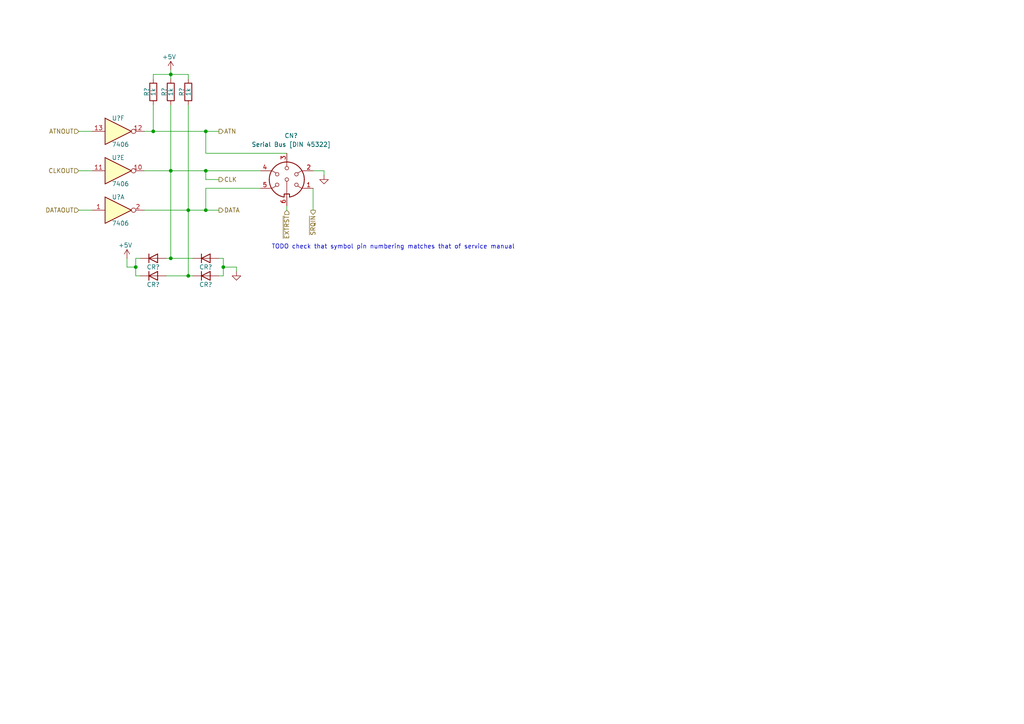
<source format=kicad_sch>
(kicad_sch (version 20231120) (generator "eeschema") (generator_version "8.0")
  (paper "A4")
  (title_block (title "Commodore 64 - Serial Bus (schematic #251469)") (date "2019-08-11") (rev "0.2") (company "Commodore Business Machines, Inc.") (comment 1 "Based on C64/C64C Service Manual (1992-03) pp. 31-32 [PN-314001-03]") (comment 4 "KiCad schematic capture by Cumbayah! <cumbayah@subetha.dk>"))
  (lib_symbols
    (symbol "74xx_more:7406" (pin_names (offset 1.016))
      (property "Reference" "U" (at 0 1.27 0))
      (property "Value" "7406" (at 0 -1.27 0))
      (symbol "7406_1_0"
        (polyline (pts (xy -3.81 3.81) (xy -3.81 -3.81) (xy 3.81 0) (xy -3.81 3.81)) (stroke (width 0.254)) (fill (type background)))
        (pin input line (at -7.62 0 0) (length 3.81) (name "~") (number "1"))
        (pin open_collector inverted (at 7.62 0 180) (length 3.81) (name "~") (number "2"))
      )
      (symbol "7406_2_0"
        (polyline (pts (xy -3.81 3.81) (xy -3.81 -3.81) (xy 3.81 0) (xy -3.81 3.81)) (stroke (width 0.254)) (fill (type background)))
        (pin input line (at -7.62 0 0) (length 3.81) (name "~") (number "3"))
        (pin open_collector inverted (at 7.62 0 180) (length 3.81) (name "~") (number "4"))
      )
      (symbol "7406_3_0"
        (polyline (pts (xy -3.81 3.81) (xy -3.81 -3.81) (xy 3.81 0) (xy -3.81 3.81)) (stroke (width 0.254)) (fill (type background)))
        (pin input line (at -7.62 0 0) (length 3.81) (name "~") (number "5"))
        (pin open_collector inverted (at 7.62 0 180) (length 3.81) (name "~") (number "6"))
      )
      (symbol "7406_4_0"
        (polyline (pts (xy -3.81 3.81) (xy -3.81 -3.81) (xy 3.81 0) (xy -3.81 3.81)) (stroke (width 0.254)) (fill (type background)))
        (pin open_collector inverted (at 7.62 0 180) (length 3.81) (name "~") (number "8"))
        (pin input line (at -7.62 0 0) (length 3.81) (name "~") (number "9"))
      )
      (symbol "7406_5_0"
        (polyline (pts (xy -3.81 3.81) (xy -3.81 -3.81) (xy 3.81 0) (xy -3.81 3.81)) (stroke (width 0.254)) (fill (type background)))
        (pin open_collector inverted (at 7.62 0 180) (length 3.81) (name "~") (number "10"))
        (pin input line (at -7.62 0 0) (length 3.81) (name "~") (number "11"))
      )
      (symbol "7406_6_0"
        (polyline (pts (xy -3.81 3.81) (xy -3.81 -3.81) (xy 3.81 0) (xy -3.81 3.81)) (stroke (width 0.254)) (fill (type background)))
        (pin open_collector inverted (at 7.62 0 180) (length 3.81) (name "~") (number "12"))
        (pin input line (at -7.62 0 0) (length 3.81) (name "~") (number "13"))
      )
      (symbol "7406_7_0"
        (pin power_in line (at 0 12.7 270) (length 5.08) (name "VCC") (number "14"))
        (pin power_in line (at 0 -12.7 90) (length 5.08) (name "GND") (number "7"))
      )
      (symbol "7406_7_1"
        (rectangle (start -5.08 7.62) (end 5.08 -7.62) (stroke (width 0.254)) (fill (type background)))
      )
    )
    (symbol "C64B-rescue:+5V-power" (power) (pin_names (offset 0))
      (property "Value" "power_+5V" (at 0 3.556 0))
      (symbol "+5V-power_0_1"
        (polyline (pts (xy -0.762 1.27) (xy 0 2.54)))
        (polyline (pts (xy 0 0) (xy 0 2.54)))
        (polyline (pts (xy 0 2.54) (xy 0.762 1.27)))
      )
      (symbol "+5V-power_1_1"
        (pin power_in line (at 0 0 90) (length 0) hide (name "+5V") (number "1"))
      )
    )
    (symbol "C64B-rescue:GND-power" (power) (pin_names (offset 0))
      (property "Value" "power_GND" (at 0 -3.81 0))
      (symbol "GND-power_0_1"
        (polyline (pts (xy 0 0) (xy 0 -1.27) (xy 1.27 -1.27) (xy 0 -2.54) (xy -1.27 -1.27) (xy 0 -1.27)))
      )
      (symbol "GND-power_1_1"
        (pin power_in line (at 0 0 270) (length 0) hide (name "GND") (number "1"))
      )
    )
    (symbol "Connector:DIN-6" (pin_names (offset 1.016))
      (property "Reference" "J" (at 3.175 5.715 0))
      (property "Value" "DIN-6" (at 4.445 -4.445 0))
      (symbol "DIN-6_0_1"
        (arc (start -5.08 0) (mid -3.8609 -3.3364) (end -0.762 -5.08) (stroke (width 0.254)))
        (circle (center -2.794 -1.524) (radius 0.508))
        (circle (center -2.794 1.524) (radius 0.508))
        (polyline (pts (xy 0 -5.08) (xy 0 -0.508)))
        (polyline (pts (xy 0 5.08) (xy 0 3.81)))
        (polyline (pts (xy -5.08 -2.54) (xy -4.318 -2.54) (xy -3.175 -1.905)))
        (polyline (pts (xy -5.08 2.54) (xy -4.318 2.54) (xy -3.175 1.905)))
        (polyline (pts (xy 5.08 -2.54) (xy 4.318 -2.54) (xy 3.175 -1.905)))
        (polyline (pts (xy 5.08 2.54) (xy 4.318 2.54) (xy 3.175 1.905)))
        (polyline (pts (xy -0.762 -4.953) (xy -0.762 -4.191) (xy 0.762 -4.191) (xy 0.762 -4.953)) (stroke (width 0.254)))
        (circle (center 0 0) (radius 0.508))
        (circle (center 0 3.302) (radius 0.508))
        (arc (start 0.762 -5.08) (mid 3.8685 -3.343) (end 5.08 0) (stroke (width 0.254)))
        (circle (center 2.794 -1.524) (radius 0.508))
        (circle (center 2.794 1.524) (radius 0.508))
        (arc (start 5.08 0) (mid 0 5.0579) (end -5.08 0) (stroke (width 0.254)))
      )
      (symbol "DIN-6_1_1"
        (pin passive line (at -7.62 -2.54 0) (length 2.54) (name "~") (number "1"))
        (pin passive line (at -7.62 2.54 0) (length 2.54) (name "~") (number "2"))
        (pin passive line (at 0 7.62 270) (length 2.54) (name "~") (number "3"))
        (pin passive line (at 7.62 2.54 180) (length 2.54) (name "~") (number "4"))
        (pin passive line (at 7.62 -2.54 180) (length 2.54) (name "~") (number "5"))
        (pin passive line (at 0 -7.62 90) (length 2.54) (name "~") (number "6"))
      )
    )
    (symbol "Device:D" (pin_numbers hide) (pin_names (offset 1.016) hide)
      (property "Reference" "D" (at 0 2.54 0))
      (property "Value" "D" (at 0 -2.54 0))
      (symbol "D_0_1"
        (polyline (pts (xy -1.27 1.27) (xy -1.27 -1.27)) (stroke (width 0.254)))
        (polyline (pts (xy 1.27 0) (xy -1.27 0)))
        (polyline (pts (xy 1.27 1.27) (xy 1.27 -1.27) (xy -1.27 0) (xy 1.27 1.27)) (stroke (width 0.254)))
      )
      (symbol "D_1_1"
        (pin passive line (at -3.81 0 0) (length 2.54) (name "K") (number "1"))
        (pin passive line (at 3.81 0 180) (length 2.54) (name "A") (number "2"))
      )
    )
    (symbol "Device:R" (pin_numbers hide) (pin_names (offset 0))
      (property "Reference" "R" (at 2.032 0 90))
      (property "Value" "R" (at 0 0 90))
      (symbol "R_0_1"
        (rectangle (start -1.016 -2.54) (end 1.016 2.54) (stroke (width 0.254)))
      )
      (symbol "R_1_1"
        (pin passive line (at 0 3.81 270) (length 1.27) (name "~") (number "1"))
        (pin passive line (at 0 -3.81 90) (length 1.27) (name "~") (number "2"))
      )
    )
  )
  (junction (at 64.77 77.47))
  (junction (at 54.61 60.96))
  (junction (at 49.53 74.93))
  (junction (at 49.53 49.53))
  (junction (at 54.61 80.01))
  (junction (at 49.53 21.59))
  (junction (at 59.69 38.1))
  (junction (at 59.69 49.53))
  (junction (at 39.37 77.47))
  (junction (at 44.45 38.1))
  (junction (at 59.69 60.96))
  (wire (pts (xy 59.69 38.1) (xy 59.69 44.45)))
  (wire (pts (xy 36.83 77.47) (xy 39.37 77.47)))
  (wire (pts (xy 49.53 49.53) (xy 49.53 74.93)))
  (wire (pts (xy 90.805 49.53) (xy 93.98 49.53)))
  (wire (pts (xy 49.53 20.32) (xy 49.53 21.59)))
  (wire (pts (xy 59.69 52.07) (xy 59.69 49.53)))
  (wire (pts (xy 59.69 60.96) (xy 63.5 60.96)))
  (wire (pts (xy 22.86 38.1) (xy 26.67 38.1)))
  (wire (pts (xy 22.86 49.53) (xy 26.67 49.53)))
  (wire (pts (xy 54.61 21.59) (xy 49.53 21.59)))
  (wire (pts (xy 49.53 30.48) (xy 49.53 49.53)))
  (wire (pts (xy 63.5 80.01) (xy 64.77 80.01)))
  (wire (pts (xy 59.69 52.07) (xy 63.5 52.07)))
  (wire (pts (xy 54.61 80.01) (xy 55.88 80.01)))
  (wire (pts (xy 54.61 30.48) (xy 54.61 60.96)))
  (wire (pts (xy 68.58 77.47) (xy 68.58 78.74)))
  (wire (pts (xy 39.37 74.93) (xy 40.64 74.93)))
  (wire (pts (xy 44.45 30.48) (xy 44.45 38.1)))
  (wire (pts (xy 49.53 74.93) (xy 55.88 74.93)))
  (wire (pts (xy 59.69 44.45) (xy 83.185 44.45)))
  (wire (pts (xy 64.77 74.93) (xy 63.5 74.93)))
  (wire (pts (xy 64.77 77.47) (xy 64.77 74.93)))
  (wire (pts (xy 48.26 74.93) (xy 49.53 74.93)))
  (wire (pts (xy 44.45 22.86) (xy 44.45 21.59)))
  (wire (pts (xy 68.58 77.47) (xy 64.77 77.47)))
  (wire (pts (xy 39.37 77.47) (xy 39.37 74.93)))
  (wire (pts (xy 48.26 80.01) (xy 54.61 80.01)))
  (wire (pts (xy 41.91 49.53) (xy 49.53 49.53)))
  (wire (pts (xy 22.86 60.96) (xy 26.67 60.96)))
  (wire (pts (xy 44.45 38.1) (xy 59.69 38.1)))
  (wire (pts (xy 36.83 77.47) (xy 36.83 74.93)))
  (wire (pts (xy 83.185 59.69) (xy 83.185 60.96)))
  (wire (pts (xy 49.53 49.53) (xy 59.69 49.53)))
  (wire (pts (xy 44.45 21.59) (xy 49.53 21.59)))
  (wire (pts (xy 59.69 60.96) (xy 59.69 54.61)))
  (wire (pts (xy 40.64 80.01) (xy 39.37 80.01)))
  (wire (pts (xy 59.69 54.61) (xy 75.565 54.61)))
  (wire (pts (xy 93.98 50.8) (xy 93.98 49.53)))
  (wire (pts (xy 49.53 21.59) (xy 49.53 22.86)))
  (wire (pts (xy 59.69 49.53) (xy 75.565 49.53)))
  (wire (pts (xy 41.91 38.1) (xy 44.45 38.1)))
  (wire (pts (xy 90.805 54.61) (xy 90.805 60.96)))
  (wire (pts (xy 41.91 60.96) (xy 54.61 60.96)))
  (wire (pts (xy 39.37 80.01) (xy 39.37 77.47)))
  (wire (pts (xy 59.69 38.1) (xy 63.5 38.1)))
  (wire (pts (xy 54.61 60.96) (xy 54.61 80.01)))
  (wire (pts (xy 64.77 80.01) (xy 64.77 77.47)))
  (wire (pts (xy 54.61 22.86) (xy 54.61 21.59)))
  (wire (pts (xy 54.61 60.96) (xy 59.69 60.96)))
  (text "TODO check that symbol pin numbering matches that of service manual" (at 78.74 72.39 0) (effects (font (size 1.27 1.27)) (justify left bottom)))
  (hierarchical_label "ATNOUT" (shape input) (at 22.86 38.1 180))
  (hierarchical_label "~{SRQIN}" (shape output) (at 90.805 60.96 270))
  (hierarchical_label "CLKOUT" (shape input) (at 22.86 49.53 180))
  (hierarchical_label "DATAOUT" (shape input) (at 22.86 60.96 180))
  (hierarchical_label "CLK" (shape output) (at 63.5 52.07 0))
  (hierarchical_label "ATN" (shape output) (at 63.5 38.1 0))
  (hierarchical_label "~{EXTRST}" (shape input) (at 83.185 60.96 270))
  (hierarchical_label "DATA" (shape output) (at 63.5 60.96 0))
  (symbol (lib_id "74xx_more:7406") (at 34.29 60.96 0) (unit 1)
    (property "Reference" "U8" (at 34.29 57.15 0))
    (property "Value" "7406" (at 34.925 64.77 0))
    (property "Datasheet" "https://www.ti.com/lit/ds/symlink/sn7406.pdf" (effects (hide yes)))
    (property "Substitute" "7416" (effects (hide yes)))
    (instances (project "" (path "" (reference "U?") (unit 1)) (path "" (reference "U8") (unit 1))))
  )
  (symbol (lib_id "74xx_more:7406") (at 34.29 49.53 0) (unit 5)
    (property "Reference" "U8" (at 34.29 45.72 0))
    (property "Value" "7406" (at 34.925 53.34 0))
    (property "Datasheet" "https://www.ti.com/lit/ds/symlink/sn7406.pdf" (effects (hide yes)))
    (instances (project "" (path "" (reference "U?") (unit 5)) (path "" (reference "U8") (unit 5))))
  )
  (symbol (lib_id "74xx_more:7406") (at 34.29 38.1 0) (unit 6)
    (property "Reference" "U8" (at 34.29 34.29 0))
    (property "Value" "7406" (at 34.925 41.91 0))
    (property "Datasheet" "https://www.ti.com/lit/ds/symlink/sn7406.pdf" (effects (hide yes)))
    (instances (project "" (path "" (reference "U?") (unit 6)) (path "" (reference "U8") (unit 6))))
  )
  (symbol (lib_id "Device:R") (at 49.53 26.67 0) (unit 1)
    (property "Reference" "R30" (at 47.625 27.94 90) (effects (justify left)))
    (property "Value" "1k" (at 49.53 27.94 90) (effects (justify left)))
    (property "Note" "Not in Service Manual parts list for PCB #2504251-1 (but listed for predecessor PCB #250407-04)" (effects (hide yes)))
    (property "Power Rating" "0.25W" (effects (hide yes)))
    (property "Ohmic Tolerance" "5%" (effects (hide yes)))
    (instances (project "" (path "" (reference "R?") (unit 1)) (path "" (reference "R30") (unit 1))))
  )
  (symbol (lib_id "Device:R") (at 54.61 26.67 0) (unit 1)
    (property "Reference" "R29" (at 52.705 27.94 90) (effects (justify left)))
    (property "Value" "1k" (at 54.61 27.94 90) (effects (justify left)))
    (property "Note" "Not in Service Manual parts list for PCB #2504251-1 (but listed for predecessor PCB #250407-04)" (effects (hide yes)))
    (property "Power Rating" "0.25W" (effects (hide yes)))
    (property "Ohmic Tolerance" "5%" (effects (hide yes)))
    (instances (project "" (path "" (reference "R?") (unit 1)) (path "" (reference "R29") (unit 1))))
  )
  (symbol (lib_id "C64B-rescue:+5V-power") (at 49.53 20.32 0) (unit 1)
    (property "Reference" "#PWR?" (effects (hide yes)))
    (property "Value" "+5V" (at 46.99 16.51 0) (effects (justify left)))
    (instances (project "" (path "" (reference "#PWR?") (unit 1)) (path "" (reference "#PWR?") (unit 1)) (path "" (reference "#PWR?") (unit 1)) (path "" (reference "#PWR0221") (unit 1))))
  )
  (symbol (lib_id "Device:R") (at 44.45 26.67 0) (unit 1)
    (property "Reference" "R28" (at 42.545 27.94 90) (effects (justify left)))
    (property "Value" "1k" (at 44.45 27.94 90) (effects (justify left)))
    (property "Note" "Not in Service Manual parts list for PCB #2504251-1 (but listed for predecessor PCB #250407-04)" (effects (hide yes)))
    (property "Power Rating" "0.25W" (effects (hide yes)))
    (property "Ohmic Tolerance" "5%" (effects (hide yes)))
    (instances (project "" (path "" (reference "R?") (unit 1)) (path "" (reference "R28") (unit 1))))
  )
  (symbol (lib_id "Device:D") (at 44.45 80.01 0) (unit 1)
    (property "Reference" "CR100" (at 44.45 82.55 0))
    (property "Value" "1N4148" (effects (hide yes)))
    (property "Substitute" "1N914" (effects (hide yes)))
    (instances (project "" (path "" (reference "CR?") (unit 1)) (path "" (reference "CR100") (unit 1))))
  )
  (symbol (lib_id "Device:D") (at 44.45 74.93 0) (unit 1)
    (property "Reference" "CR102" (at 44.45 77.47 0))
    (property "Value" "1N4148" (effects (hide yes)))
    (property "Substitute" "1N914" (effects (hide yes)))
    (instances (project "" (path "" (reference "CR?") (unit 1)) (path "" (reference "CR102") (unit 1))))
  )
  (symbol (lib_id "Device:D") (at 59.69 80.01 0) (unit 1)
    (property "Reference" "CR101" (at 59.69 82.55 0))
    (property "Value" "1N4148" (effects (hide yes)))
    (property "Substitute" "1N914" (effects (hide yes)))
    (instances (project "" (path "" (reference "CR?") (unit 1)) (path "" (reference "CR101") (unit 1))))
  )
  (symbol (lib_id "Device:D") (at 59.69 74.93 0) (unit 1)
    (property "Reference" "CR103" (at 59.69 77.47 0))
    (property "Value" "1N4148" (effects (hide yes)))
    (property "Substitute" "1N914" (effects (hide yes)))
    (instances (project "" (path "" (reference "CR?") (unit 1)) (path "" (reference "CR103") (unit 1))))
  )
  (symbol (lib_id "C64B-rescue:+5V-power") (at 36.83 74.93 0) (unit 1)
    (property "Reference" "#PWR?" (effects (hide yes)))
    (property "Value" "+5V" (at 34.29 71.12 0) (effects (justify left)))
    (instances (project "" (path "" (reference "#PWR?") (unit 1)) (path "" (reference "#PWR?") (unit 1)) (path "" (reference "#PWR?") (unit 1)) (path "" (reference "#PWR0223") (unit 1))))
  )
  (symbol (lib_id "C64B-rescue:GND-power") (at 68.58 78.74 0) (unit 1)
    (property "Reference" "#PWR0222" (effects (hide yes)))
    (property "Value" "GND" (effects (hide yes)))
  )
  (symbol (lib_id "Connector:DIN-6") (at 83.185 52.07 0) (mirror y) (unit 1)
    (property "Reference" "CN4" (at 84.455 39.37 0))
    (property "Value" "Serial Bus [DIN 45322]" (at 84.455 41.91 0))
    (property "Datasheet" "http://www.mouser.com/ds/2/18/40_c091_abd_e-75918.pdf" (effects (hide yes)))
    (instances (project "" (path "" (reference "CN?") (unit 1)) (path "" (reference "CN4") (unit 1))))
  )
  (symbol (lib_id "C64B-rescue:GND-power") (at 93.98 50.8 0) (mirror y) (unit 1)
    (property "Reference" "#PWR0218" (effects (hide yes)))
    (property "Value" "GND" (effects (hide yes)))
    (instances (project "" (path "" (reference "#PWR?") (unit 1)) (path "" (reference "#PWR0218") (unit 1))))
  )
)
</source>
